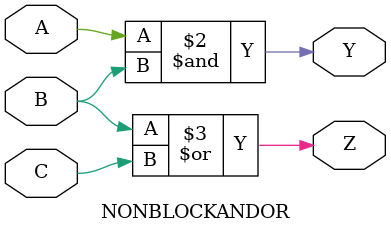
<source format=sv>
module NONBLOCKANDOR (
    output reg Y, Z,
    input wire A, B, C
);

always @ (A, B, C)
begin
    Y <= A & B;
    Z <= B | C;
end

endmodule

</source>
